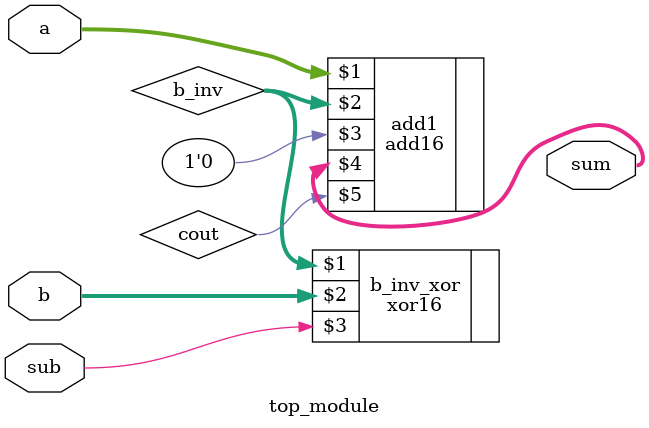
<source format=v>
module top_module(
    input [31:0] a,
    input [31:0] b,
    input sub,
    output [31:0] sum
);
    wire [31:0] b_inv;
    xor16 b_inv_xor (b_inv, b, sub);
    add16 add1 (a, b_inv, 1'b0, sum, cout);
endmodule
</source>
